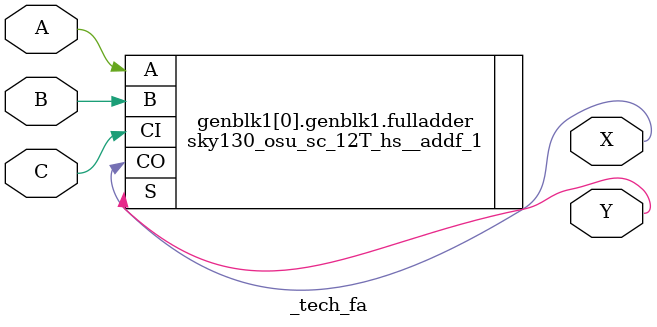
<source format=v>

(* techmap_celltype = "$fa" *)
module _tech_fa (A, B, C, X, Y);
  parameter WIDTH = 1;
  (* force_downto *)
    input [WIDTH-1 : 0] A, B, C;
  (* force_downto *)
    output [WIDTH-1 : 0] X, Y;
  
  parameter _TECHMAP_CONSTVAL_A_ = WIDTH'bx;
  parameter _TECHMAP_CONSTVAL_B_ = WIDTH'bx;
  parameter _TECHMAP_CONSTVAL_C_ = WIDTH'bx;
  
  genvar i;
  generate for (i = 0; i < WIDTH; i = i + 1) begin
      if (_TECHMAP_CONSTVAL_A_[i] === 1'b0 || _TECHMAP_CONSTVAL_B_[i] === 1'b0 || _TECHMAP_CONSTVAL_C_[i] === 1'b0) begin
        if (_TECHMAP_CONSTVAL_C_[i] === 1'b0) begin
          sky130_osu_sc_12T_hs__addh_1 halfadder_Cconst (
              .A(A[i]),
              .B(B[i]),
              .CO(X[i]), .S(Y[i])
            );
        end 
        else begin
          if (_TECHMAP_CONSTVAL_B_[i] === 1'b0) begin
            sky130_osu_sc_12T_hs__addh_1 halfadder_Bconst (
                .A(A[i]),
                .B(C[i]),
                .CO(X[i]), .S(Y[i])
              );
          end
          else begin
            sky130_osu_sc_12T_hs__addh_1 halfadder_Aconst (
                .A(B[i]),
                .B(C[i]),
                .CO(X[i]), .S(Y[i])
              );
          end
        end
      end
      else begin
        sky130_osu_sc_12T_hs__addf_1 fulladder (
            .A(A[i]), .B(B[i]), .CI(C[i]), .CO(X[i]), .S(Y[i])
          );
      end
    end endgenerate

endmodule

</source>
